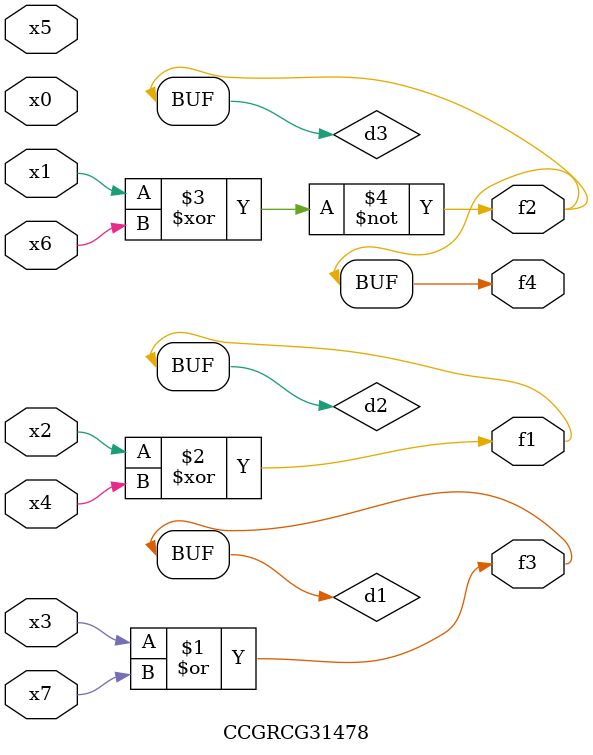
<source format=v>
module CCGRCG31478(
	input x0, x1, x2, x3, x4, x5, x6, x7,
	output f1, f2, f3, f4
);

	wire d1, d2, d3;

	or (d1, x3, x7);
	xor (d2, x2, x4);
	xnor (d3, x1, x6);
	assign f1 = d2;
	assign f2 = d3;
	assign f3 = d1;
	assign f4 = d3;
endmodule

</source>
